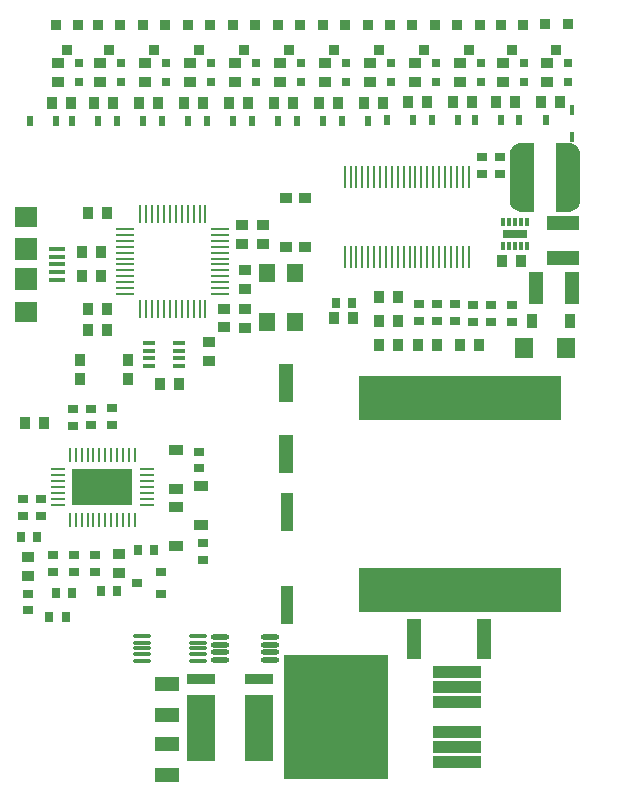
<source format=gtp>
G04 Layer_Color=8421504*
%FSAX24Y24*%
%MOIN*%
G70*
G01*
G75*
%ADD10R,0.0354X0.0394*%
%ADD11R,0.1634X0.0413*%
%ADD12R,0.3465X0.4173*%
%ADD13R,0.0453X0.1063*%
%ADD14R,0.0098X0.0512*%
%ADD15R,0.0512X0.0098*%
%ADD16R,0.2028X0.1240*%
%ADD17R,0.0276X0.0354*%
%ADD18R,0.0354X0.0276*%
%ADD19R,0.0394X0.0354*%
%ADD20R,0.6750X0.1500*%
%ADD21R,0.0354X0.0315*%
%ADD22R,0.0480X0.0358*%
%ADD23R,0.0394X0.1260*%
%ADD24R,0.0118X0.0276*%
%ADD25R,0.0819X0.0315*%
%ADD26R,0.0157X0.0335*%
%ADD27R,0.1063X0.0453*%
%ADD28O,0.0630X0.0177*%
%ADD29R,0.0750X0.0750*%
%ADD30R,0.0750X0.0710*%
%ADD31R,0.0560X0.0140*%
%ADD32O,0.0098X0.0748*%
%ADD33R,0.0315X0.0315*%
%ADD34R,0.0248X0.0327*%
%ADD35R,0.0358X0.0480*%
%ADD36R,0.0630X0.0472*%
%ADD37R,0.0961X0.2205*%
%ADD38R,0.0961X0.0350*%
%ADD39R,0.0492X0.1319*%
%ADD40R,0.0354X0.0394*%
%ADD41R,0.0394X0.0354*%
%ADD42R,0.0394X0.0177*%
%ADD43O,0.0602X0.0142*%
%ADD44O,0.0602X0.0126*%
%ADD45R,0.0550X0.0630*%
%ADD46O,0.0098X0.0610*%
%ADD47O,0.0610X0.0098*%
G04:AMPARAMS|DCode=48|XSize=82.7mil|YSize=228.3mil|CornerRadius=41.3mil|HoleSize=0mil|Usage=FLASHONLY|Rotation=0.000|XOffset=0mil|YOffset=0mil|HoleType=Round|Shape=RoundedRectangle|*
%AMROUNDEDRECTD48*
21,1,0.0827,0.1457,0,0,0.0*
21,1,0.0000,0.2283,0,0,0.0*
1,1,0.0827,0.0000,-0.0728*
1,1,0.0827,0.0000,-0.0728*
1,1,0.0827,0.0000,0.0728*
1,1,0.0827,0.0000,0.0728*
%
%ADD48ROUNDEDRECTD48*%
%ADD49R,0.0472X0.1260*%
%ADD50R,0.0320X0.0360*%
%ADD51R,0.0787X0.0472*%
%ADD61R,0.0630X0.0650*%
G36*
X063387Y061942D02*
X063426Y061942D01*
X063502Y061927D01*
X063574Y061897D01*
X063638Y061854D01*
X063693Y061799D01*
X063736Y061734D01*
X063766Y061663D01*
X063781Y061587D01*
Y061548D01*
X063781Y060052D01*
X063781Y060052D01*
X063781Y060013D01*
X063766Y059937D01*
X063736Y059865D01*
X063693Y059801D01*
X063638Y059746D01*
X063574Y059703D01*
X063502Y059673D01*
X063426Y059658D01*
X063387Y059658D01*
X062954Y059658D01*
Y061942D01*
X063387Y061942D01*
X063387Y061942D01*
D02*
G37*
G36*
X062246Y059658D02*
X061813Y059658D01*
X061774Y059658D01*
X061698Y059673D01*
X061626Y059703D01*
X061562Y059746D01*
X061507Y059801D01*
X061464Y059865D01*
X061434Y059937D01*
X061419Y060013D01*
X061419Y060052D01*
X061419Y060052D01*
X061419Y061548D01*
X061419Y061587D01*
X061434Y061663D01*
X061464Y061735D01*
X061507Y061799D01*
X061562Y061854D01*
X061626Y061897D01*
X061698Y061927D01*
X061774Y061942D01*
X061813D01*
X061813Y061942D01*
X062246Y061942D01*
Y059658D01*
D02*
G37*
D10*
X047385Y059600D02*
D03*
X048015D02*
D03*
X061185Y058000D02*
D03*
X061815D02*
D03*
X047185Y057500D02*
D03*
X047815D02*
D03*
X047185Y058300D02*
D03*
X047815D02*
D03*
X062465Y063306D02*
D03*
X063095D02*
D03*
X060985Y063300D02*
D03*
X061615D02*
D03*
X059545D02*
D03*
X060175D02*
D03*
X058045D02*
D03*
X058675D02*
D03*
X056560Y063285D02*
D03*
X057190D02*
D03*
X055060D02*
D03*
X055690D02*
D03*
X053560D02*
D03*
X054190D02*
D03*
X052060D02*
D03*
X052690D02*
D03*
X050560D02*
D03*
X051190D02*
D03*
X049060D02*
D03*
X049690D02*
D03*
X047560D02*
D03*
X048190D02*
D03*
X046160D02*
D03*
X046790D02*
D03*
X056215Y056100D02*
D03*
X055585D02*
D03*
X057715Y055200D02*
D03*
X057085D02*
D03*
X060415D02*
D03*
X059785D02*
D03*
X059015D02*
D03*
X058385D02*
D03*
X049785Y053900D02*
D03*
X050415D02*
D03*
X047385Y056400D02*
D03*
X048015D02*
D03*
X057715Y056000D02*
D03*
X057085D02*
D03*
X057715Y056800D02*
D03*
X057085D02*
D03*
X047385Y055700D02*
D03*
X048015D02*
D03*
X045285Y052600D02*
D03*
X045915D02*
D03*
D11*
X059661Y041300D02*
D03*
Y041800D02*
D03*
Y042300D02*
D03*
Y043300D02*
D03*
Y043800D02*
D03*
Y044300D02*
D03*
D12*
X055645Y042800D02*
D03*
D13*
X062309Y057100D02*
D03*
X063491D02*
D03*
D14*
X048927Y051560D02*
D03*
X048730D02*
D03*
X048533D02*
D03*
X048336D02*
D03*
X048140D02*
D03*
X047943D02*
D03*
X047746D02*
D03*
X047549D02*
D03*
X047352D02*
D03*
X047155D02*
D03*
X046958D02*
D03*
X046762D02*
D03*
Y049395D02*
D03*
X046958D02*
D03*
X047155D02*
D03*
X047352D02*
D03*
X047549D02*
D03*
X047746D02*
D03*
X047943D02*
D03*
X048140D02*
D03*
X048336D02*
D03*
X048533D02*
D03*
X048730D02*
D03*
X048927D02*
D03*
D15*
X046368Y051068D02*
D03*
Y050871D02*
D03*
Y050674D02*
D03*
Y050478D02*
D03*
Y050281D02*
D03*
Y050084D02*
D03*
Y049887D02*
D03*
X049321D02*
D03*
Y050084D02*
D03*
Y050281D02*
D03*
Y050478D02*
D03*
Y050674D02*
D03*
Y050871D02*
D03*
Y051068D02*
D03*
D16*
X047844Y050478D02*
D03*
D17*
X045676Y048800D02*
D03*
X045124D02*
D03*
X046287Y046939D02*
D03*
X046838D02*
D03*
X046080Y046155D02*
D03*
X046631D02*
D03*
X049581Y048374D02*
D03*
X049030D02*
D03*
X047787Y047024D02*
D03*
X048338D02*
D03*
X055624Y056600D02*
D03*
X056176D02*
D03*
D18*
X046191Y047660D02*
D03*
Y048211D02*
D03*
X045800Y050076D02*
D03*
Y049524D02*
D03*
X045200Y050076D02*
D03*
Y049524D02*
D03*
X047463Y053099D02*
D03*
Y052548D02*
D03*
X046863Y052524D02*
D03*
Y053075D02*
D03*
X045363Y046924D02*
D03*
Y046373D02*
D03*
X046891Y048211D02*
D03*
Y047660D02*
D03*
X047591D02*
D03*
Y048211D02*
D03*
X051191Y048611D02*
D03*
Y048060D02*
D03*
X048163Y052566D02*
D03*
Y053117D02*
D03*
X051056Y051104D02*
D03*
Y051655D02*
D03*
X060500Y060924D02*
D03*
Y061476D02*
D03*
X060200Y055997D02*
D03*
Y056548D02*
D03*
X060800Y055997D02*
D03*
Y056548D02*
D03*
X061500Y055997D02*
D03*
Y056548D02*
D03*
X061100Y061476D02*
D03*
Y060924D02*
D03*
X059600Y056024D02*
D03*
Y056576D02*
D03*
X058400Y056024D02*
D03*
Y056576D02*
D03*
X059000Y056024D02*
D03*
Y056576D02*
D03*
D19*
X048391Y048251D02*
D03*
Y047621D02*
D03*
X045363Y047524D02*
D03*
Y048154D02*
D03*
X062680Y063991D02*
D03*
Y064621D02*
D03*
X061200Y063985D02*
D03*
Y064615D02*
D03*
X059760Y063985D02*
D03*
Y064615D02*
D03*
X058260Y063985D02*
D03*
Y064615D02*
D03*
X056775Y063970D02*
D03*
Y064600D02*
D03*
X055275Y063970D02*
D03*
Y064600D02*
D03*
X053775Y063970D02*
D03*
Y064600D02*
D03*
X052275Y063970D02*
D03*
Y064600D02*
D03*
X050775Y063970D02*
D03*
Y064600D02*
D03*
X049275Y063970D02*
D03*
Y064600D02*
D03*
X047775Y063970D02*
D03*
Y064600D02*
D03*
X046375Y063970D02*
D03*
Y064600D02*
D03*
X052600Y056415D02*
D03*
Y055785D02*
D03*
Y057715D02*
D03*
Y057085D02*
D03*
X053200Y059215D02*
D03*
Y058585D02*
D03*
X051400Y054685D02*
D03*
Y055315D02*
D03*
X052500Y059215D02*
D03*
Y058585D02*
D03*
X051900Y055800D02*
D03*
Y056430D02*
D03*
D20*
X059756Y053455D02*
D03*
Y047055D02*
D03*
D21*
X049012Y047274D02*
D03*
X049799Y047648D02*
D03*
Y046900D02*
D03*
D22*
X050306Y049818D02*
D03*
Y048531D02*
D03*
X051121Y049220D02*
D03*
Y050507D02*
D03*
X050306Y050431D02*
D03*
Y051718D02*
D03*
D23*
X054000Y046565D02*
D03*
Y049635D02*
D03*
D24*
X061409Y058520D02*
D03*
X061606D02*
D03*
X061803D02*
D03*
X062000D02*
D03*
Y059300D02*
D03*
X061803D02*
D03*
X061606D02*
D03*
X061409D02*
D03*
X061213D02*
D03*
Y058520D02*
D03*
D25*
X061606Y058910D02*
D03*
D26*
X063500Y062137D02*
D03*
Y063063D02*
D03*
D27*
X063200Y059291D02*
D03*
Y058109D02*
D03*
D28*
X053446Y044716D02*
D03*
Y044972D02*
D03*
Y045228D02*
D03*
Y045484D02*
D03*
X051754Y044716D02*
D03*
Y044972D02*
D03*
Y045228D02*
D03*
Y045484D02*
D03*
D29*
X045300Y057400D02*
D03*
Y058400D02*
D03*
D30*
Y056320D02*
D03*
Y059475D02*
D03*
D31*
X046350Y057640D02*
D03*
Y057900D02*
D03*
Y058156D02*
D03*
Y057380D02*
D03*
Y058412D02*
D03*
D32*
X055922Y058143D02*
D03*
X056119D02*
D03*
X056316D02*
D03*
X056513D02*
D03*
X056710D02*
D03*
X056906D02*
D03*
X057103D02*
D03*
X057300D02*
D03*
X057497D02*
D03*
X057694D02*
D03*
X057891D02*
D03*
X058088D02*
D03*
X058284D02*
D03*
X058481D02*
D03*
X058678D02*
D03*
X058875D02*
D03*
X059072D02*
D03*
X059269D02*
D03*
X059466D02*
D03*
X059662D02*
D03*
X059859D02*
D03*
X060056D02*
D03*
X055922Y060800D02*
D03*
X056119D02*
D03*
X056316D02*
D03*
X056513D02*
D03*
X056710D02*
D03*
X056906D02*
D03*
X057103D02*
D03*
X057300D02*
D03*
X057497D02*
D03*
X057694D02*
D03*
X057891D02*
D03*
X058088D02*
D03*
X058284D02*
D03*
X058481D02*
D03*
X058678D02*
D03*
X058875D02*
D03*
X059072D02*
D03*
X059269D02*
D03*
X059466D02*
D03*
X059662D02*
D03*
X059859D02*
D03*
X060056D02*
D03*
D33*
X063380Y063991D02*
D03*
Y064621D02*
D03*
X061900Y063985D02*
D03*
Y064615D02*
D03*
X060460Y063985D02*
D03*
Y064615D02*
D03*
X058960Y063985D02*
D03*
Y064615D02*
D03*
X057475Y063970D02*
D03*
Y064600D02*
D03*
X055975Y063970D02*
D03*
Y064600D02*
D03*
X054475Y063970D02*
D03*
Y064600D02*
D03*
X052975Y063970D02*
D03*
Y064600D02*
D03*
X051475Y063970D02*
D03*
Y064600D02*
D03*
X049975Y063970D02*
D03*
Y064600D02*
D03*
X048475Y063970D02*
D03*
Y064600D02*
D03*
X047075Y063970D02*
D03*
Y064600D02*
D03*
D34*
X062619Y062706D02*
D03*
X061741D02*
D03*
X061139Y062700D02*
D03*
X060261D02*
D03*
X059699D02*
D03*
X058821D02*
D03*
X058199D02*
D03*
X057321D02*
D03*
X056714Y062685D02*
D03*
X055836D02*
D03*
X055214Y062685D02*
D03*
X054336D02*
D03*
X053714Y062685D02*
D03*
X052836D02*
D03*
X052214D02*
D03*
X051336D02*
D03*
X050714D02*
D03*
X049836D02*
D03*
X049214Y062685D02*
D03*
X048336D02*
D03*
X047714Y062685D02*
D03*
X046836D02*
D03*
X046314Y062685D02*
D03*
X045436D02*
D03*
D35*
X063444Y056000D02*
D03*
X062156D02*
D03*
D36*
X061891Y055100D02*
D03*
X063309D02*
D03*
D37*
X053076Y042450D02*
D03*
X051124D02*
D03*
D38*
Y044078D02*
D03*
X053076D02*
D03*
D39*
X060581Y045400D02*
D03*
X058219D02*
D03*
D40*
X048707Y054085D02*
D03*
Y054715D02*
D03*
X047093Y054085D02*
D03*
Y054715D02*
D03*
D41*
X054600Y060100D02*
D03*
X053970D02*
D03*
X054600Y058486D02*
D03*
X053970D02*
D03*
D42*
X050412Y054516D02*
D03*
Y054772D02*
D03*
Y055028D02*
D03*
X049388D02*
D03*
Y054772D02*
D03*
Y054516D02*
D03*
Y055284D02*
D03*
X050412D02*
D03*
D43*
X051026Y044698D02*
D03*
Y045502D02*
D03*
X049174D02*
D03*
Y044698D02*
D03*
D44*
X051026Y044903D02*
D03*
Y045100D02*
D03*
Y045297D02*
D03*
X049174D02*
D03*
Y045100D02*
D03*
Y044903D02*
D03*
D45*
X054275Y055985D02*
D03*
Y057615D02*
D03*
X053325D02*
D03*
Y055985D02*
D03*
D46*
X051283Y056415D02*
D03*
X051086D02*
D03*
X050889D02*
D03*
X050692D02*
D03*
X050495D02*
D03*
X050298D02*
D03*
X050102D02*
D03*
X049905D02*
D03*
X049708D02*
D03*
X049511D02*
D03*
X049314D02*
D03*
X049117D02*
D03*
Y059585D02*
D03*
X049314D02*
D03*
X049511D02*
D03*
X049708D02*
D03*
X049905D02*
D03*
X050102D02*
D03*
X050298D02*
D03*
X050495D02*
D03*
X050692D02*
D03*
X050889D02*
D03*
X051086D02*
D03*
X051283D02*
D03*
D47*
X048615Y056917D02*
D03*
Y057114D02*
D03*
Y057311D02*
D03*
Y057508D02*
D03*
Y057705D02*
D03*
Y057902D02*
D03*
Y058098D02*
D03*
Y058295D02*
D03*
Y058492D02*
D03*
Y058689D02*
D03*
Y058886D02*
D03*
Y059083D02*
D03*
X051785D02*
D03*
Y058886D02*
D03*
Y058689D02*
D03*
Y058492D02*
D03*
Y058295D02*
D03*
Y058098D02*
D03*
Y057902D02*
D03*
Y057705D02*
D03*
Y057508D02*
D03*
Y057311D02*
D03*
Y057114D02*
D03*
Y056917D02*
D03*
D48*
X063368Y060800D02*
D03*
X061832D02*
D03*
D49*
X053956Y053936D02*
D03*
Y051574D02*
D03*
D50*
X062980Y065066D02*
D03*
X062600Y065900D02*
D03*
X063354D02*
D03*
X061874Y065894D02*
D03*
X061120D02*
D03*
X061500Y065060D02*
D03*
X060060Y065060D02*
D03*
X059680Y065894D02*
D03*
X060434D02*
D03*
X058934D02*
D03*
X058180D02*
D03*
X058560Y065060D02*
D03*
X057075Y065045D02*
D03*
X056695Y065879D02*
D03*
X057449D02*
D03*
X055949D02*
D03*
X055195D02*
D03*
X055575Y065045D02*
D03*
X054075D02*
D03*
X053695Y065879D02*
D03*
X054449D02*
D03*
X052949Y065879D02*
D03*
X052195D02*
D03*
X052575Y065045D02*
D03*
X051075D02*
D03*
X050695Y065879D02*
D03*
X051449D02*
D03*
X049949Y065879D02*
D03*
X049195D02*
D03*
X049575Y065045D02*
D03*
X048075Y065045D02*
D03*
X047695Y065879D02*
D03*
X048449D02*
D03*
X047049Y065879D02*
D03*
X046295D02*
D03*
X046675Y065045D02*
D03*
D51*
X050000Y043912D02*
D03*
Y042888D02*
D03*
Y041912D02*
D03*
Y040888D02*
D03*
D61*
X061891Y055100D02*
D03*
X063309D02*
D03*
M02*

</source>
